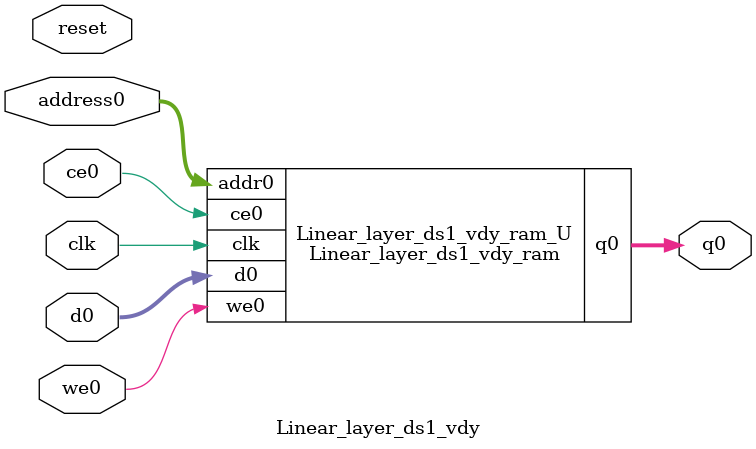
<source format=v>
`timescale 1 ns / 1 ps
module Linear_layer_ds1_vdy_ram (addr0, ce0, d0, we0, q0,  clk);

parameter DWIDTH = 24;
parameter AWIDTH = 8;
parameter MEM_SIZE = 256;

input[AWIDTH-1:0] addr0;
input ce0;
input[DWIDTH-1:0] d0;
input we0;
output reg[DWIDTH-1:0] q0;
input clk;

(* ram_style = "block" *)reg [DWIDTH-1:0] ram[0:MEM_SIZE-1];




always @(posedge clk)  
begin 
    if (ce0) begin
        if (we0) 
            ram[addr0] <= d0; 
        q0 <= ram[addr0];
    end
end


endmodule

`timescale 1 ns / 1 ps
module Linear_layer_ds1_vdy(
    reset,
    clk,
    address0,
    ce0,
    we0,
    d0,
    q0);

parameter DataWidth = 32'd24;
parameter AddressRange = 32'd256;
parameter AddressWidth = 32'd8;
input reset;
input clk;
input[AddressWidth - 1:0] address0;
input ce0;
input we0;
input[DataWidth - 1:0] d0;
output[DataWidth - 1:0] q0;



Linear_layer_ds1_vdy_ram Linear_layer_ds1_vdy_ram_U(
    .clk( clk ),
    .addr0( address0 ),
    .ce0( ce0 ),
    .we0( we0 ),
    .d0( d0 ),
    .q0( q0 ));

endmodule


</source>
